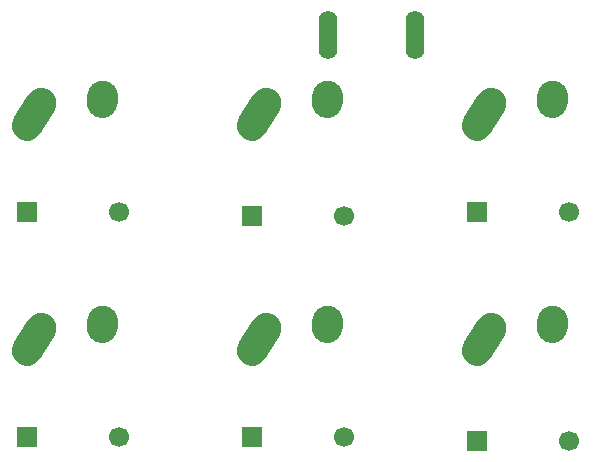
<source format=gts>
%TF.GenerationSoftware,KiCad,Pcbnew,(5.1.6)-1*%
%TF.CreationDate,2020-07-25T03:11:20-04:00*%
%TF.ProjectId,myfirstKeyboard,6d796669-7273-4744-9b65-79626f617264,rev?*%
%TF.SameCoordinates,Original*%
%TF.FileFunction,Soldermask,Top*%
%TF.FilePolarity,Negative*%
%FSLAX46Y46*%
G04 Gerber Fmt 4.6, Leading zero omitted, Abs format (unit mm)*
G04 Created by KiCad (PCBNEW (5.1.6)-1) date 2020-07-25 03:11:20*
%MOMM*%
%LPD*%
G01*
G04 APERTURE LIST*
%ADD10R,1.700000X1.700000*%
%ADD11C,1.700000*%
%ADD12O,1.600000X4.100000*%
G04 APERTURE END LIST*
%TO.C,K6*%
G36*
G01*
X118869129Y-111030326D02*
X120078053Y-109132696D01*
G75*
G02*
X121872951Y-108734776I1096409J-698489D01*
G01*
X121872951Y-108734776D01*
G75*
G02*
X122270871Y-110529674I-698489J-1096409D01*
G01*
X121061947Y-112427304D01*
G75*
G02*
X119267049Y-112825224I-1096409J698489D01*
G01*
X119267049Y-112825224D01*
G75*
G02*
X118869129Y-111030326I698489J1096409D01*
G01*
G37*
G36*
G01*
X125028286Y-109710909D02*
X125067734Y-109132252D01*
G75*
G02*
X126453144Y-107923682I1296990J-88420D01*
G01*
X126453144Y-107923682D01*
G75*
G02*
X127661714Y-109309092I-88420J-1296990D01*
G01*
X127622266Y-109887748D01*
G75*
G02*
X126236856Y-111096318I-1296990J88420D01*
G01*
X126236856Y-111096318D01*
G75*
G02*
X125028286Y-109710908I88420J1296990D01*
G01*
G37*
%TD*%
%TO.C,K5*%
G36*
G01*
X125028286Y-90660909D02*
X125067734Y-90082252D01*
G75*
G02*
X126453144Y-88873682I1296990J-88420D01*
G01*
X126453144Y-88873682D01*
G75*
G02*
X127661714Y-90259092I-88420J-1296990D01*
G01*
X127622266Y-90837748D01*
G75*
G02*
X126236856Y-92046318I-1296990J88420D01*
G01*
X126236856Y-92046318D01*
G75*
G02*
X125028286Y-90660908I88420J1296990D01*
G01*
G37*
G36*
G01*
X118869129Y-91980326D02*
X120078053Y-90082696D01*
G75*
G02*
X121872951Y-89684776I1096409J-698489D01*
G01*
X121872951Y-89684776D01*
G75*
G02*
X122270871Y-91479674I-698489J-1096409D01*
G01*
X121061947Y-93377304D01*
G75*
G02*
X119267049Y-93775224I-1096409J698489D01*
G01*
X119267049Y-93775224D01*
G75*
G02*
X118869129Y-91980326I698489J1096409D01*
G01*
G37*
%TD*%
%TO.C,K4*%
G36*
G01*
X99819129Y-111030326D02*
X101028053Y-109132696D01*
G75*
G02*
X102822951Y-108734776I1096409J-698489D01*
G01*
X102822951Y-108734776D01*
G75*
G02*
X103220871Y-110529674I-698489J-1096409D01*
G01*
X102011947Y-112427304D01*
G75*
G02*
X100217049Y-112825224I-1096409J698489D01*
G01*
X100217049Y-112825224D01*
G75*
G02*
X99819129Y-111030326I698489J1096409D01*
G01*
G37*
G36*
G01*
X105978286Y-109710909D02*
X106017734Y-109132252D01*
G75*
G02*
X107403144Y-107923682I1296990J-88420D01*
G01*
X107403144Y-107923682D01*
G75*
G02*
X108611714Y-109309092I-88420J-1296990D01*
G01*
X108572266Y-109887748D01*
G75*
G02*
X107186856Y-111096318I-1296990J88420D01*
G01*
X107186856Y-111096318D01*
G75*
G02*
X105978286Y-109710908I88420J1296990D01*
G01*
G37*
%TD*%
%TO.C,K1*%
G36*
G01*
X86928286Y-90660909D02*
X86967734Y-90082252D01*
G75*
G02*
X88353144Y-88873682I1296990J-88420D01*
G01*
X88353144Y-88873682D01*
G75*
G02*
X89561714Y-90259092I-88420J-1296990D01*
G01*
X89522266Y-90837748D01*
G75*
G02*
X88136856Y-92046318I-1296990J88420D01*
G01*
X88136856Y-92046318D01*
G75*
G02*
X86928286Y-90660908I88420J1296990D01*
G01*
G37*
G36*
G01*
X80769129Y-91980326D02*
X81978053Y-90082696D01*
G75*
G02*
X83772951Y-89684776I1096409J-698489D01*
G01*
X83772951Y-89684776D01*
G75*
G02*
X84170871Y-91479674I-698489J-1096409D01*
G01*
X82961947Y-93377304D01*
G75*
G02*
X81167049Y-93775224I-1096409J698489D01*
G01*
X81167049Y-93775224D01*
G75*
G02*
X80769129Y-91980326I698489J1096409D01*
G01*
G37*
%TD*%
%TO.C,K2*%
G36*
G01*
X86928286Y-109710909D02*
X86967734Y-109132252D01*
G75*
G02*
X88353144Y-107923682I1296990J-88420D01*
G01*
X88353144Y-107923682D01*
G75*
G02*
X89561714Y-109309092I-88420J-1296990D01*
G01*
X89522266Y-109887748D01*
G75*
G02*
X88136856Y-111096318I-1296990J88420D01*
G01*
X88136856Y-111096318D01*
G75*
G02*
X86928286Y-109710908I88420J1296990D01*
G01*
G37*
G36*
G01*
X80769129Y-111030326D02*
X81978053Y-109132696D01*
G75*
G02*
X83772951Y-108734776I1096409J-698489D01*
G01*
X83772951Y-108734776D01*
G75*
G02*
X84170871Y-110529674I-698489J-1096409D01*
G01*
X82961947Y-112427304D01*
G75*
G02*
X81167049Y-112825224I-1096409J698489D01*
G01*
X81167049Y-112825224D01*
G75*
G02*
X80769129Y-111030326I698489J1096409D01*
G01*
G37*
%TD*%
D10*
%TO.C,D1*%
X81825000Y-100012500D03*
D11*
X89625000Y-100012500D03*
%TD*%
%TO.C,D2*%
X89625000Y-119062500D03*
D10*
X81825000Y-119062500D03*
%TD*%
D11*
%TO.C,D3*%
X108675000Y-100330000D03*
D10*
X100875000Y-100330000D03*
%TD*%
%TO.C,D4*%
X100875000Y-119062500D03*
D11*
X108675000Y-119062500D03*
%TD*%
D12*
%TO.C,J1*%
X107375000Y-84976000D03*
X114675000Y-84976000D03*
%TD*%
%TO.C,K3*%
G36*
G01*
X99819129Y-91980326D02*
X101028053Y-90082696D01*
G75*
G02*
X102822951Y-89684776I1096409J-698489D01*
G01*
X102822951Y-89684776D01*
G75*
G02*
X103220871Y-91479674I-698489J-1096409D01*
G01*
X102011947Y-93377304D01*
G75*
G02*
X100217049Y-93775224I-1096409J698489D01*
G01*
X100217049Y-93775224D01*
G75*
G02*
X99819129Y-91980326I698489J1096409D01*
G01*
G37*
G36*
G01*
X105978286Y-90660909D02*
X106017734Y-90082252D01*
G75*
G02*
X107403144Y-88873682I1296990J-88420D01*
G01*
X107403144Y-88873682D01*
G75*
G02*
X108611714Y-90259092I-88420J-1296990D01*
G01*
X108572266Y-90837748D01*
G75*
G02*
X107186856Y-92046318I-1296990J88420D01*
G01*
X107186856Y-92046318D01*
G75*
G02*
X105978286Y-90660908I88420J1296990D01*
G01*
G37*
%TD*%
D11*
%TO.C,D5*%
X127725000Y-100012500D03*
D10*
X119925000Y-100012500D03*
%TD*%
%TO.C,D6*%
X119925000Y-119380000D03*
D11*
X127725000Y-119380000D03*
%TD*%
M02*

</source>
